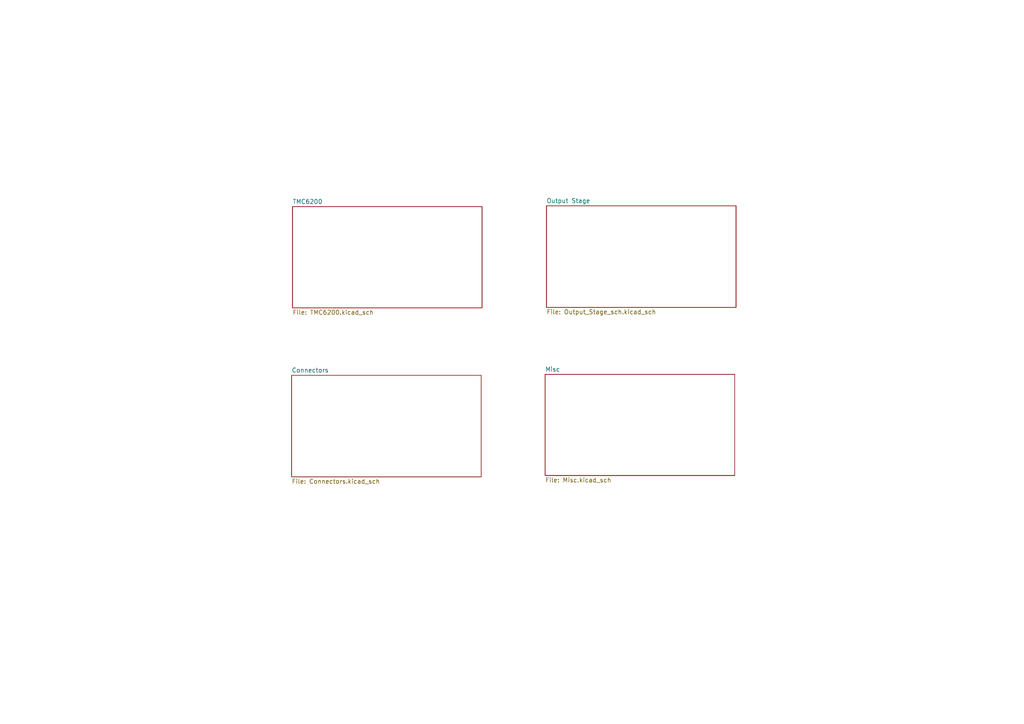
<source format=kicad_sch>
(kicad_sch
	(version 20250114)
	(generator "eeschema")
	(generator_version "9.0")
	(uuid "e9f33c6c-592f-48c9-99c7-c8723430036f")
	(paper "A4")
	(title_block
		(title "ThunderMini")
		(date "2022-12-19")
		(rev "V1.0")
		(company "Yaseen M. Twati")
	)
	(lib_symbols)
	(sheet
		(at 158.115 108.585)
		(size 54.991 29.337)
		(exclude_from_sim no)
		(in_bom yes)
		(on_board yes)
		(dnp no)
		(fields_autoplaced yes)
		(stroke
			(width 0.1524)
			(type solid)
		)
		(fill
			(color 0 0 0 0.0000)
		)
		(uuid "0175aa2f-f7f1-4d52-89f8-4c414bd75491")
		(property "Sheetname" "Misc"
			(at 158.115 107.8734 0)
			(effects
				(font
					(size 1.27 1.27)
				)
				(justify left bottom)
			)
		)
		(property "Sheetfile" "Misc.kicad_sch"
			(at 158.115 138.5066 0)
			(effects
				(font
					(size 1.27 1.27)
				)
				(justify left top)
			)
		)
		(instances
			(project "ThunderMini"
				(path "/e9f33c6c-592f-48c9-99c7-c8723430036f"
					(page "5")
				)
			)
		)
	)
	(sheet
		(at 84.836 59.944)
		(size 54.991 29.337)
		(exclude_from_sim no)
		(in_bom yes)
		(on_board yes)
		(dnp no)
		(fields_autoplaced yes)
		(stroke
			(width 0.1524)
			(type solid)
		)
		(fill
			(color 0 0 0 0.0000)
		)
		(uuid "2d73dc1c-4981-42e5-a1d2-44c5c0235e3b")
		(property "Sheetname" "TMC6200"
			(at 84.836 59.2324 0)
			(effects
				(font
					(size 1.27 1.27)
				)
				(justify left bottom)
			)
		)
		(property "Sheetfile" "TMC6200.kicad_sch"
			(at 84.836 89.8656 0)
			(effects
				(font
					(size 1.27 1.27)
				)
				(justify left top)
			)
		)
		(instances
			(project "ThunderMini"
				(path "/e9f33c6c-592f-48c9-99c7-c8723430036f"
					(page "2")
				)
			)
		)
	)
	(sheet
		(at 84.582 108.839)
		(size 54.991 29.464)
		(exclude_from_sim no)
		(in_bom yes)
		(on_board yes)
		(dnp no)
		(fields_autoplaced yes)
		(stroke
			(width 0.1524)
			(type solid)
		)
		(fill
			(color 0 0 0 0.0000)
		)
		(uuid "4b2fdcb1-f8b8-41e3-b437-84c33282e4df")
		(property "Sheetname" "Connectors"
			(at 84.582 108.1274 0)
			(effects
				(font
					(size 1.27 1.27)
				)
				(justify left bottom)
			)
		)
		(property "Sheetfile" "Connectors.kicad_sch"
			(at 84.582 138.8876 0)
			(effects
				(font
					(size 1.27 1.27)
				)
				(justify left top)
			)
		)
		(instances
			(project "ThunderMini"
				(path "/e9f33c6c-592f-48c9-99c7-c8723430036f"
					(page "6")
				)
			)
		)
	)
	(sheet
		(at 158.496 59.69)
		(size 54.991 29.464)
		(exclude_from_sim no)
		(in_bom yes)
		(on_board yes)
		(dnp no)
		(fields_autoplaced yes)
		(stroke
			(width 0.1524)
			(type solid)
		)
		(fill
			(color 0 0 0 0.0000)
		)
		(uuid "d696d082-8f5d-402c-9a92-e6b30a74b4a4")
		(property "Sheetname" "Output Stage"
			(at 158.496 58.9784 0)
			(effects
				(font
					(size 1.27 1.27)
				)
				(justify left bottom)
			)
		)
		(property "Sheetfile" "Output_Stage_sch.kicad_sch"
			(at 158.496 89.7386 0)
			(effects
				(font
					(size 1.27 1.27)
				)
				(justify left top)
			)
		)
		(instances
			(project "ThunderMini"
				(path "/e9f33c6c-592f-48c9-99c7-c8723430036f"
					(page "4")
				)
			)
		)
	)
	(sheet_instances
		(path "/"
			(page "1")
		)
	)
	(embedded_fonts no)
)

</source>
